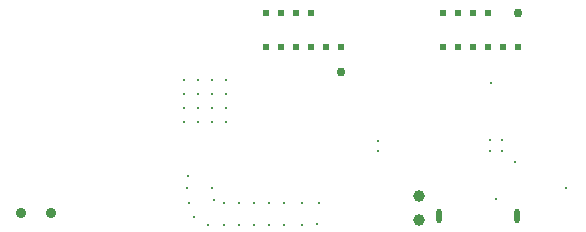
<source format=gbr>
%TF.GenerationSoftware,Altium Limited,Altium Designer,19.0.15 (446)*%
G04 Layer_Color=0*
%FSLAX26Y26*%
%MOIN*%
%TF.FileFunction,Plated,1,4,PTH,Drill*%
%TF.Part,Single*%
G01*
G75*
%TA.AperFunction,ComponentDrill*%
%ADD136C,0.024000*%
%ADD137O,0.019685X0.047244*%
%ADD138C,0.035433*%
%ADD139C,0.029528*%
%ADD140C,0.039370*%
%TA.AperFunction,ViaDrill,NotFilled*%
%ADD141C,0.012000*%
%ADD142C,0.005984*%
%ADD143C,0.005906*%
%ADD144C,0.012992*%
D136*
X1616535Y729921D02*
D03*
X1566535D02*
D03*
X1516535D02*
D03*
X1466535D02*
D03*
X875984D02*
D03*
X925984D02*
D03*
X975984D02*
D03*
X1025984D02*
D03*
X875984Y614173D02*
D03*
X925984D02*
D03*
X975984D02*
D03*
X1025984D02*
D03*
X1075984D02*
D03*
X1125984D02*
D03*
X1716535D02*
D03*
X1666535D02*
D03*
X1616535D02*
D03*
X1566535D02*
D03*
X1516535D02*
D03*
X1466535D02*
D03*
D137*
X1712599Y53740D02*
D03*
X1452756D02*
D03*
D138*
X158268Y62381D02*
D03*
X58268D02*
D03*
D139*
X1126378Y530707D02*
D03*
X1716142Y729921D02*
D03*
D140*
X1386614Y118110D02*
D03*
Y38583D02*
D03*
D141*
X1661417Y307087D02*
D03*
Y267717D02*
D03*
X1622047Y307087D02*
D03*
Y267716D02*
D03*
X1643701Y110376D02*
D03*
X1704721Y232283D02*
D03*
X1874016Y146063D02*
D03*
X1625000Y497087D02*
D03*
X1250000Y302165D02*
D03*
Y268701D02*
D03*
X613786Y145115D02*
D03*
X613858Y186929D02*
D03*
X784094Y96378D02*
D03*
Y23500D02*
D03*
X734094Y96378D02*
D03*
Y23500D02*
D03*
X884094D02*
D03*
Y96378D02*
D03*
X834094D02*
D03*
Y23500D02*
D03*
X700858Y105378D02*
D03*
X693858Y146378D02*
D03*
X934094Y96378D02*
D03*
X994724D02*
D03*
X1052724D02*
D03*
X1044724Y25000D02*
D03*
X994724Y23500D02*
D03*
X934094D02*
D03*
X636264Y50000D02*
D03*
X682337Y23500D02*
D03*
X617858Y96378D02*
D03*
D142*
X1499258Y388210D02*
D03*
X1663382Y375196D02*
D03*
X1456693Y251673D02*
D03*
X1579134Y114961D02*
D03*
X1449960Y339934D02*
D03*
X1608661Y114134D02*
D03*
X611022Y585826D02*
D03*
X131890Y175197D02*
D03*
X470078Y630707D02*
D03*
X472197Y655362D02*
D03*
X1282110Y371000D02*
D03*
X1192000Y541000D02*
D03*
X300000Y556451D02*
D03*
X376432Y640915D02*
D03*
X491000Y590000D02*
D03*
X509801Y446872D02*
D03*
X479012Y487227D02*
D03*
X491265Y464682D02*
D03*
X564175Y697833D02*
D03*
X460586Y357301D02*
D03*
X389716Y397657D02*
D03*
X576110Y670000D02*
D03*
X831913Y470000D02*
D03*
X614110Y245000D02*
D03*
X574013Y187055D02*
D03*
X552167Y538554D02*
D03*
X628160Y682258D02*
D03*
X592110Y621000D02*
D03*
X581771Y212381D02*
D03*
X437008Y630465D02*
D03*
X492083Y429155D02*
D03*
X595277Y704920D02*
D03*
X421575Y511836D02*
D03*
X147766Y571933D02*
D03*
X197835Y553676D02*
D03*
X353876Y256760D02*
D03*
X385491Y360779D02*
D03*
X458617Y404547D02*
D03*
X431851Y722623D02*
D03*
X421579Y486244D02*
D03*
X280514Y571933D02*
D03*
X236220Y363189D02*
D03*
X310272Y96457D02*
D03*
X239877Y250000D02*
D03*
X91535Y298976D02*
D03*
X278543Y160433D02*
D03*
X324110Y198000D02*
D03*
X279474Y653575D02*
D03*
X299215Y419594D02*
D03*
X191042D02*
D03*
X151575Y405512D02*
D03*
X335041Y352755D02*
D03*
X383415Y96457D02*
D03*
X282427Y752989D02*
D03*
X362110Y198000D02*
D03*
X500766Y744676D02*
D03*
X258911Y373228D02*
D03*
X195571Y392225D02*
D03*
X1347323Y670118D02*
D03*
X1347913Y699646D02*
D03*
X1169882Y647636D02*
D03*
X399608Y571701D02*
D03*
X1065869Y414081D02*
D03*
X826182Y740353D02*
D03*
X530498Y558014D02*
D03*
X776182Y740943D02*
D03*
X597049Y737203D02*
D03*
X1043308Y503542D02*
D03*
X914110Y315000D02*
D03*
X809055Y308159D02*
D03*
X38386Y650748D02*
D03*
X1200745Y368203D02*
D03*
X518110Y225000D02*
D03*
X916110Y356000D02*
D03*
X1180497Y348620D02*
D03*
X566929Y135827D02*
D03*
X529528Y149606D02*
D03*
X1327752Y587257D02*
D03*
X1893799Y324500D02*
D03*
X800913Y125433D02*
D03*
X743308Y174017D02*
D03*
X773913Y176433D02*
D03*
X1175197Y259844D02*
D03*
X497873Y123031D02*
D03*
X1084646Y377378D02*
D03*
X40354Y612562D02*
D03*
D143*
X93399Y106672D02*
D03*
X123955Y693931D02*
D03*
X270616Y628968D02*
D03*
X169233Y230326D02*
D03*
X196850Y123634D02*
D03*
X60960Y565972D02*
D03*
D144*
X602047Y364567D02*
D03*
Y411811D02*
D03*
Y459055D02*
D03*
Y506299D02*
D03*
X649291Y364567D02*
D03*
Y411811D02*
D03*
Y459055D02*
D03*
Y506299D02*
D03*
X696535Y364567D02*
D03*
Y411811D02*
D03*
Y459055D02*
D03*
Y506299D02*
D03*
X743779Y364567D02*
D03*
Y411811D02*
D03*
Y459055D02*
D03*
Y506299D02*
D03*
%TF.MD5,a38452ca9503eaadd87acf9e7d9ba115*%
M02*

</source>
